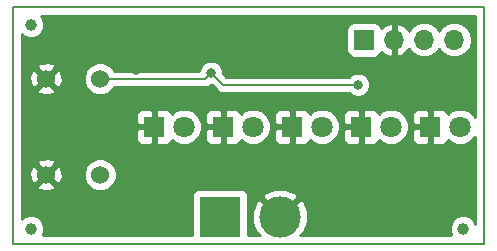
<source format=gbr>
%TF.GenerationSoftware,KiCad,Pcbnew,(5.0.0)*%
%TF.CreationDate,2019-11-18T15:30:05-06:00*%
%TF.ProjectId,Light-Up Hat,4C696768742D5570204861742E6B6963,rev?*%
%TF.SameCoordinates,Original*%
%TF.FileFunction,Copper,L2,Bot,Signal*%
%TF.FilePolarity,Positive*%
%FSLAX46Y46*%
G04 Gerber Fmt 4.6, Leading zero omitted, Abs format (unit mm)*
G04 Created by KiCad (PCBNEW (5.0.0)) date 11/18/19 15:30:05*
%MOMM*%
%LPD*%
G01*
G04 APERTURE LIST*
%ADD10C,0.200000*%
%ADD11C,1.000000*%
%ADD12R,3.500120X3.500120*%
%ADD13C,3.500120*%
%ADD14R,1.800000X1.800000*%
%ADD15C,1.800000*%
%ADD16R,1.700000X1.700000*%
%ADD17O,1.700000X1.700000*%
%ADD18C,1.524000*%
%ADD19C,0.800000*%
%ADD20C,0.127000*%
%ADD21C,0.254000*%
G04 APERTURE END LIST*
D10*
X124460000Y-111506000D02*
X124460000Y-91440000D01*
X164338000Y-111506000D02*
X124460000Y-111506000D01*
X164338000Y-91440000D02*
X164338000Y-111506000D01*
X124460000Y-91440000D02*
X164338000Y-91440000D01*
D11*
X162560000Y-110236000D03*
X125984000Y-110236000D03*
D12*
X141986000Y-109220000D03*
D13*
X147066000Y-109220000D03*
D14*
X136398000Y-101600000D03*
D15*
X138938000Y-101600000D03*
X144780000Y-101600000D03*
D14*
X142240000Y-101600000D03*
X148082000Y-101600000D03*
D15*
X150622000Y-101600000D03*
X156464000Y-101600000D03*
D14*
X153924000Y-101600000D03*
X159766000Y-101600000D03*
D15*
X162306000Y-101600000D03*
D16*
X154178000Y-94234000D03*
D17*
X156718000Y-94234000D03*
X159258000Y-94234000D03*
X161798000Y-94234000D03*
D18*
X127254000Y-105664000D03*
X127254000Y-97536000D03*
X131826000Y-105664000D03*
X131826000Y-97536000D03*
D11*
X125984000Y-92964000D03*
D19*
X134874000Y-96774000D03*
X136652000Y-98806000D03*
X140208000Y-94996000D03*
X144018000Y-92964000D03*
X141224000Y-97028000D03*
X153670000Y-98044000D03*
D20*
X140716000Y-97536000D02*
X131826000Y-97536000D01*
X141224000Y-97028000D02*
X140716000Y-97536000D01*
X141224000Y-97028000D02*
X142240000Y-98044000D01*
X142240000Y-98044000D02*
X150114000Y-98044000D01*
X150114000Y-98044000D02*
X150114000Y-98044000D01*
X150114000Y-98044000D02*
X153670000Y-98044000D01*
D21*
G36*
X163603000Y-100726183D02*
X163175507Y-100298690D01*
X162611330Y-100065000D01*
X162000670Y-100065000D01*
X161436493Y-100298690D01*
X161260139Y-100475044D01*
X161204327Y-100340301D01*
X161025698Y-100161673D01*
X160792309Y-100065000D01*
X160051750Y-100065000D01*
X159893000Y-100223750D01*
X159893000Y-101473000D01*
X159913000Y-101473000D01*
X159913000Y-101727000D01*
X159893000Y-101727000D01*
X159893000Y-102976250D01*
X160051750Y-103135000D01*
X160792309Y-103135000D01*
X161025698Y-103038327D01*
X161204327Y-102859699D01*
X161260139Y-102724956D01*
X161436493Y-102901310D01*
X162000670Y-103135000D01*
X162611330Y-103135000D01*
X163175507Y-102901310D01*
X163603001Y-102473816D01*
X163603001Y-109788128D01*
X163522207Y-109593074D01*
X163202926Y-109273793D01*
X162785766Y-109101000D01*
X162334234Y-109101000D01*
X161917074Y-109273793D01*
X161597793Y-109593074D01*
X161425000Y-110010234D01*
X161425000Y-110461766D01*
X161553089Y-110771000D01*
X148796608Y-110771000D01*
X148760573Y-110734965D01*
X149105319Y-110544672D01*
X149457015Y-109663424D01*
X149444701Y-108714668D01*
X149105319Y-107895328D01*
X148760571Y-107705034D01*
X147245605Y-109220000D01*
X147259748Y-109234143D01*
X147080143Y-109413748D01*
X147066000Y-109399605D01*
X147051858Y-109413748D01*
X146872253Y-109234143D01*
X146886395Y-109220000D01*
X145371429Y-107705034D01*
X145026681Y-107895328D01*
X144674985Y-108776576D01*
X144687299Y-109725332D01*
X145026681Y-110544672D01*
X145371427Y-110734965D01*
X145335392Y-110771000D01*
X144383500Y-110771000D01*
X144383500Y-107525429D01*
X145551034Y-107525429D01*
X147066000Y-109040395D01*
X148580966Y-107525429D01*
X148390672Y-107180681D01*
X147509424Y-106828985D01*
X146560668Y-106841299D01*
X145741328Y-107180681D01*
X145551034Y-107525429D01*
X144383500Y-107525429D01*
X144383500Y-107469940D01*
X144334217Y-107222175D01*
X144193869Y-107012131D01*
X143983825Y-106871783D01*
X143736060Y-106822500D01*
X140235940Y-106822500D01*
X139988175Y-106871783D01*
X139778131Y-107012131D01*
X139637783Y-107222175D01*
X139588500Y-107469940D01*
X139588500Y-110771000D01*
X126990911Y-110771000D01*
X127119000Y-110461766D01*
X127119000Y-110010234D01*
X126946207Y-109593074D01*
X126626926Y-109273793D01*
X126209766Y-109101000D01*
X125758234Y-109101000D01*
X125341074Y-109273793D01*
X125195000Y-109419867D01*
X125195000Y-106644213D01*
X126453392Y-106644213D01*
X126522857Y-106886397D01*
X127046302Y-107073144D01*
X127601368Y-107045362D01*
X127985143Y-106886397D01*
X128054608Y-106644213D01*
X127254000Y-105843605D01*
X126453392Y-106644213D01*
X125195000Y-106644213D01*
X125195000Y-105456302D01*
X125844856Y-105456302D01*
X125872638Y-106011368D01*
X126031603Y-106395143D01*
X126273787Y-106464608D01*
X127074395Y-105664000D01*
X127433605Y-105664000D01*
X128234213Y-106464608D01*
X128476397Y-106395143D01*
X128663144Y-105871698D01*
X128638840Y-105386119D01*
X130429000Y-105386119D01*
X130429000Y-105941881D01*
X130641680Y-106455337D01*
X131034663Y-106848320D01*
X131548119Y-107061000D01*
X132103881Y-107061000D01*
X132617337Y-106848320D01*
X133010320Y-106455337D01*
X133223000Y-105941881D01*
X133223000Y-105386119D01*
X133010320Y-104872663D01*
X132617337Y-104479680D01*
X132103881Y-104267000D01*
X131548119Y-104267000D01*
X131034663Y-104479680D01*
X130641680Y-104872663D01*
X130429000Y-105386119D01*
X128638840Y-105386119D01*
X128635362Y-105316632D01*
X128476397Y-104932857D01*
X128234213Y-104863392D01*
X127433605Y-105664000D01*
X127074395Y-105664000D01*
X126273787Y-104863392D01*
X126031603Y-104932857D01*
X125844856Y-105456302D01*
X125195000Y-105456302D01*
X125195000Y-104683787D01*
X126453392Y-104683787D01*
X127254000Y-105484395D01*
X128054608Y-104683787D01*
X127985143Y-104441603D01*
X127461698Y-104254856D01*
X126906632Y-104282638D01*
X126522857Y-104441603D01*
X126453392Y-104683787D01*
X125195000Y-104683787D01*
X125195000Y-101885750D01*
X134863000Y-101885750D01*
X134863000Y-102626310D01*
X134959673Y-102859699D01*
X135138302Y-103038327D01*
X135371691Y-103135000D01*
X136112250Y-103135000D01*
X136271000Y-102976250D01*
X136271000Y-101727000D01*
X135021750Y-101727000D01*
X134863000Y-101885750D01*
X125195000Y-101885750D01*
X125195000Y-100573690D01*
X134863000Y-100573690D01*
X134863000Y-101314250D01*
X135021750Y-101473000D01*
X136271000Y-101473000D01*
X136271000Y-100223750D01*
X136525000Y-100223750D01*
X136525000Y-101473000D01*
X136545000Y-101473000D01*
X136545000Y-101727000D01*
X136525000Y-101727000D01*
X136525000Y-102976250D01*
X136683750Y-103135000D01*
X137424309Y-103135000D01*
X137657698Y-103038327D01*
X137836327Y-102859699D01*
X137892139Y-102724956D01*
X138068493Y-102901310D01*
X138632670Y-103135000D01*
X139243330Y-103135000D01*
X139807507Y-102901310D01*
X140239310Y-102469507D01*
X140473000Y-101905330D01*
X140473000Y-101885750D01*
X140705000Y-101885750D01*
X140705000Y-102626310D01*
X140801673Y-102859699D01*
X140980302Y-103038327D01*
X141213691Y-103135000D01*
X141954250Y-103135000D01*
X142113000Y-102976250D01*
X142113000Y-101727000D01*
X140863750Y-101727000D01*
X140705000Y-101885750D01*
X140473000Y-101885750D01*
X140473000Y-101294670D01*
X140239310Y-100730493D01*
X140082507Y-100573690D01*
X140705000Y-100573690D01*
X140705000Y-101314250D01*
X140863750Y-101473000D01*
X142113000Y-101473000D01*
X142113000Y-100223750D01*
X142367000Y-100223750D01*
X142367000Y-101473000D01*
X142387000Y-101473000D01*
X142387000Y-101727000D01*
X142367000Y-101727000D01*
X142367000Y-102976250D01*
X142525750Y-103135000D01*
X143266309Y-103135000D01*
X143499698Y-103038327D01*
X143678327Y-102859699D01*
X143734139Y-102724956D01*
X143910493Y-102901310D01*
X144474670Y-103135000D01*
X145085330Y-103135000D01*
X145649507Y-102901310D01*
X146081310Y-102469507D01*
X146315000Y-101905330D01*
X146315000Y-101885750D01*
X146547000Y-101885750D01*
X146547000Y-102626310D01*
X146643673Y-102859699D01*
X146822302Y-103038327D01*
X147055691Y-103135000D01*
X147796250Y-103135000D01*
X147955000Y-102976250D01*
X147955000Y-101727000D01*
X146705750Y-101727000D01*
X146547000Y-101885750D01*
X146315000Y-101885750D01*
X146315000Y-101294670D01*
X146081310Y-100730493D01*
X145924507Y-100573690D01*
X146547000Y-100573690D01*
X146547000Y-101314250D01*
X146705750Y-101473000D01*
X147955000Y-101473000D01*
X147955000Y-100223750D01*
X148209000Y-100223750D01*
X148209000Y-101473000D01*
X148229000Y-101473000D01*
X148229000Y-101727000D01*
X148209000Y-101727000D01*
X148209000Y-102976250D01*
X148367750Y-103135000D01*
X149108309Y-103135000D01*
X149341698Y-103038327D01*
X149520327Y-102859699D01*
X149576139Y-102724956D01*
X149752493Y-102901310D01*
X150316670Y-103135000D01*
X150927330Y-103135000D01*
X151491507Y-102901310D01*
X151923310Y-102469507D01*
X152157000Y-101905330D01*
X152157000Y-101885750D01*
X152389000Y-101885750D01*
X152389000Y-102626310D01*
X152485673Y-102859699D01*
X152664302Y-103038327D01*
X152897691Y-103135000D01*
X153638250Y-103135000D01*
X153797000Y-102976250D01*
X153797000Y-101727000D01*
X152547750Y-101727000D01*
X152389000Y-101885750D01*
X152157000Y-101885750D01*
X152157000Y-101294670D01*
X151923310Y-100730493D01*
X151766507Y-100573690D01*
X152389000Y-100573690D01*
X152389000Y-101314250D01*
X152547750Y-101473000D01*
X153797000Y-101473000D01*
X153797000Y-100223750D01*
X154051000Y-100223750D01*
X154051000Y-101473000D01*
X154071000Y-101473000D01*
X154071000Y-101727000D01*
X154051000Y-101727000D01*
X154051000Y-102976250D01*
X154209750Y-103135000D01*
X154950309Y-103135000D01*
X155183698Y-103038327D01*
X155362327Y-102859699D01*
X155418139Y-102724956D01*
X155594493Y-102901310D01*
X156158670Y-103135000D01*
X156769330Y-103135000D01*
X157333507Y-102901310D01*
X157765310Y-102469507D01*
X157999000Y-101905330D01*
X157999000Y-101885750D01*
X158231000Y-101885750D01*
X158231000Y-102626310D01*
X158327673Y-102859699D01*
X158506302Y-103038327D01*
X158739691Y-103135000D01*
X159480250Y-103135000D01*
X159639000Y-102976250D01*
X159639000Y-101727000D01*
X158389750Y-101727000D01*
X158231000Y-101885750D01*
X157999000Y-101885750D01*
X157999000Y-101294670D01*
X157765310Y-100730493D01*
X157608507Y-100573690D01*
X158231000Y-100573690D01*
X158231000Y-101314250D01*
X158389750Y-101473000D01*
X159639000Y-101473000D01*
X159639000Y-100223750D01*
X159480250Y-100065000D01*
X158739691Y-100065000D01*
X158506302Y-100161673D01*
X158327673Y-100340301D01*
X158231000Y-100573690D01*
X157608507Y-100573690D01*
X157333507Y-100298690D01*
X156769330Y-100065000D01*
X156158670Y-100065000D01*
X155594493Y-100298690D01*
X155418139Y-100475044D01*
X155362327Y-100340301D01*
X155183698Y-100161673D01*
X154950309Y-100065000D01*
X154209750Y-100065000D01*
X154051000Y-100223750D01*
X153797000Y-100223750D01*
X153638250Y-100065000D01*
X152897691Y-100065000D01*
X152664302Y-100161673D01*
X152485673Y-100340301D01*
X152389000Y-100573690D01*
X151766507Y-100573690D01*
X151491507Y-100298690D01*
X150927330Y-100065000D01*
X150316670Y-100065000D01*
X149752493Y-100298690D01*
X149576139Y-100475044D01*
X149520327Y-100340301D01*
X149341698Y-100161673D01*
X149108309Y-100065000D01*
X148367750Y-100065000D01*
X148209000Y-100223750D01*
X147955000Y-100223750D01*
X147796250Y-100065000D01*
X147055691Y-100065000D01*
X146822302Y-100161673D01*
X146643673Y-100340301D01*
X146547000Y-100573690D01*
X145924507Y-100573690D01*
X145649507Y-100298690D01*
X145085330Y-100065000D01*
X144474670Y-100065000D01*
X143910493Y-100298690D01*
X143734139Y-100475044D01*
X143678327Y-100340301D01*
X143499698Y-100161673D01*
X143266309Y-100065000D01*
X142525750Y-100065000D01*
X142367000Y-100223750D01*
X142113000Y-100223750D01*
X141954250Y-100065000D01*
X141213691Y-100065000D01*
X140980302Y-100161673D01*
X140801673Y-100340301D01*
X140705000Y-100573690D01*
X140082507Y-100573690D01*
X139807507Y-100298690D01*
X139243330Y-100065000D01*
X138632670Y-100065000D01*
X138068493Y-100298690D01*
X137892139Y-100475044D01*
X137836327Y-100340301D01*
X137657698Y-100161673D01*
X137424309Y-100065000D01*
X136683750Y-100065000D01*
X136525000Y-100223750D01*
X136271000Y-100223750D01*
X136112250Y-100065000D01*
X135371691Y-100065000D01*
X135138302Y-100161673D01*
X134959673Y-100340301D01*
X134863000Y-100573690D01*
X125195000Y-100573690D01*
X125195000Y-98516213D01*
X126453392Y-98516213D01*
X126522857Y-98758397D01*
X127046302Y-98945144D01*
X127601368Y-98917362D01*
X127985143Y-98758397D01*
X128054608Y-98516213D01*
X127254000Y-97715605D01*
X126453392Y-98516213D01*
X125195000Y-98516213D01*
X125195000Y-97328302D01*
X125844856Y-97328302D01*
X125872638Y-97883368D01*
X126031603Y-98267143D01*
X126273787Y-98336608D01*
X127074395Y-97536000D01*
X127433605Y-97536000D01*
X128234213Y-98336608D01*
X128476397Y-98267143D01*
X128663144Y-97743698D01*
X128638840Y-97258119D01*
X130429000Y-97258119D01*
X130429000Y-97813881D01*
X130641680Y-98327337D01*
X131034663Y-98720320D01*
X131548119Y-98933000D01*
X132103881Y-98933000D01*
X132617337Y-98720320D01*
X133010320Y-98327337D01*
X133048774Y-98234500D01*
X140647210Y-98234500D01*
X140716000Y-98248183D01*
X140784790Y-98234500D01*
X140784794Y-98234500D01*
X140988541Y-98193972D01*
X141184554Y-98063000D01*
X141271172Y-98063000D01*
X141697441Y-98489269D01*
X141736410Y-98547590D01*
X141967459Y-98701972D01*
X142171206Y-98742500D01*
X142171210Y-98742500D01*
X142240000Y-98756183D01*
X142308790Y-98742500D01*
X152904789Y-98742500D01*
X153083720Y-98921431D01*
X153464126Y-99079000D01*
X153875874Y-99079000D01*
X154256280Y-98921431D01*
X154547431Y-98630280D01*
X154705000Y-98249874D01*
X154705000Y-97838126D01*
X154547431Y-97457720D01*
X154256280Y-97166569D01*
X153875874Y-97009000D01*
X153464126Y-97009000D01*
X153083720Y-97166569D01*
X152904789Y-97345500D01*
X142529328Y-97345500D01*
X142259000Y-97075172D01*
X142259000Y-96822126D01*
X142101431Y-96441720D01*
X141810280Y-96150569D01*
X141429874Y-95993000D01*
X141018126Y-95993000D01*
X140637720Y-96150569D01*
X140346569Y-96441720D01*
X140189000Y-96822126D01*
X140189000Y-96837500D01*
X133048774Y-96837500D01*
X133010320Y-96744663D01*
X132617337Y-96351680D01*
X132103881Y-96139000D01*
X131548119Y-96139000D01*
X131034663Y-96351680D01*
X130641680Y-96744663D01*
X130429000Y-97258119D01*
X128638840Y-97258119D01*
X128635362Y-97188632D01*
X128476397Y-96804857D01*
X128234213Y-96735392D01*
X127433605Y-97536000D01*
X127074395Y-97536000D01*
X126273787Y-96735392D01*
X126031603Y-96804857D01*
X125844856Y-97328302D01*
X125195000Y-97328302D01*
X125195000Y-96555787D01*
X126453392Y-96555787D01*
X127254000Y-97356395D01*
X128054608Y-96555787D01*
X127985143Y-96313603D01*
X127461698Y-96126856D01*
X126906632Y-96154638D01*
X126522857Y-96313603D01*
X126453392Y-96555787D01*
X125195000Y-96555787D01*
X125195000Y-93780133D01*
X125341074Y-93926207D01*
X125758234Y-94099000D01*
X126209766Y-94099000D01*
X126626926Y-93926207D01*
X126946207Y-93606926D01*
X127038545Y-93384000D01*
X152680560Y-93384000D01*
X152680560Y-95084000D01*
X152729843Y-95331765D01*
X152870191Y-95541809D01*
X153080235Y-95682157D01*
X153328000Y-95731440D01*
X155028000Y-95731440D01*
X155275765Y-95682157D01*
X155485809Y-95541809D01*
X155626157Y-95331765D01*
X155646739Y-95228292D01*
X155951076Y-95505645D01*
X156361110Y-95675476D01*
X156591000Y-95554155D01*
X156591000Y-94361000D01*
X156571000Y-94361000D01*
X156571000Y-94107000D01*
X156591000Y-94107000D01*
X156591000Y-92913845D01*
X156845000Y-92913845D01*
X156845000Y-94107000D01*
X156865000Y-94107000D01*
X156865000Y-94361000D01*
X156845000Y-94361000D01*
X156845000Y-95554155D01*
X157074890Y-95675476D01*
X157484924Y-95505645D01*
X157913183Y-95115358D01*
X157974157Y-94985522D01*
X158187375Y-95304625D01*
X158678582Y-95632839D01*
X159111744Y-95719000D01*
X159404256Y-95719000D01*
X159837418Y-95632839D01*
X160328625Y-95304625D01*
X160528000Y-95006239D01*
X160727375Y-95304625D01*
X161218582Y-95632839D01*
X161651744Y-95719000D01*
X161944256Y-95719000D01*
X162377418Y-95632839D01*
X162868625Y-95304625D01*
X163196839Y-94813418D01*
X163312092Y-94234000D01*
X163196839Y-93654582D01*
X162868625Y-93163375D01*
X162377418Y-92835161D01*
X161944256Y-92749000D01*
X161651744Y-92749000D01*
X161218582Y-92835161D01*
X160727375Y-93163375D01*
X160528000Y-93461761D01*
X160328625Y-93163375D01*
X159837418Y-92835161D01*
X159404256Y-92749000D01*
X159111744Y-92749000D01*
X158678582Y-92835161D01*
X158187375Y-93163375D01*
X157974157Y-93482478D01*
X157913183Y-93352642D01*
X157484924Y-92962355D01*
X157074890Y-92792524D01*
X156845000Y-92913845D01*
X156591000Y-92913845D01*
X156361110Y-92792524D01*
X155951076Y-92962355D01*
X155646739Y-93239708D01*
X155626157Y-93136235D01*
X155485809Y-92926191D01*
X155275765Y-92785843D01*
X155028000Y-92736560D01*
X153328000Y-92736560D01*
X153080235Y-92785843D01*
X152870191Y-92926191D01*
X152729843Y-93136235D01*
X152680560Y-93384000D01*
X127038545Y-93384000D01*
X127119000Y-93189766D01*
X127119000Y-92738234D01*
X126946207Y-92321074D01*
X126800133Y-92175000D01*
X163603000Y-92175000D01*
X163603000Y-100726183D01*
X163603000Y-100726183D01*
G37*
X163603000Y-100726183D02*
X163175507Y-100298690D01*
X162611330Y-100065000D01*
X162000670Y-100065000D01*
X161436493Y-100298690D01*
X161260139Y-100475044D01*
X161204327Y-100340301D01*
X161025698Y-100161673D01*
X160792309Y-100065000D01*
X160051750Y-100065000D01*
X159893000Y-100223750D01*
X159893000Y-101473000D01*
X159913000Y-101473000D01*
X159913000Y-101727000D01*
X159893000Y-101727000D01*
X159893000Y-102976250D01*
X160051750Y-103135000D01*
X160792309Y-103135000D01*
X161025698Y-103038327D01*
X161204327Y-102859699D01*
X161260139Y-102724956D01*
X161436493Y-102901310D01*
X162000670Y-103135000D01*
X162611330Y-103135000D01*
X163175507Y-102901310D01*
X163603001Y-102473816D01*
X163603001Y-109788128D01*
X163522207Y-109593074D01*
X163202926Y-109273793D01*
X162785766Y-109101000D01*
X162334234Y-109101000D01*
X161917074Y-109273793D01*
X161597793Y-109593074D01*
X161425000Y-110010234D01*
X161425000Y-110461766D01*
X161553089Y-110771000D01*
X148796608Y-110771000D01*
X148760573Y-110734965D01*
X149105319Y-110544672D01*
X149457015Y-109663424D01*
X149444701Y-108714668D01*
X149105319Y-107895328D01*
X148760571Y-107705034D01*
X147245605Y-109220000D01*
X147259748Y-109234143D01*
X147080143Y-109413748D01*
X147066000Y-109399605D01*
X147051858Y-109413748D01*
X146872253Y-109234143D01*
X146886395Y-109220000D01*
X145371429Y-107705034D01*
X145026681Y-107895328D01*
X144674985Y-108776576D01*
X144687299Y-109725332D01*
X145026681Y-110544672D01*
X145371427Y-110734965D01*
X145335392Y-110771000D01*
X144383500Y-110771000D01*
X144383500Y-107525429D01*
X145551034Y-107525429D01*
X147066000Y-109040395D01*
X148580966Y-107525429D01*
X148390672Y-107180681D01*
X147509424Y-106828985D01*
X146560668Y-106841299D01*
X145741328Y-107180681D01*
X145551034Y-107525429D01*
X144383500Y-107525429D01*
X144383500Y-107469940D01*
X144334217Y-107222175D01*
X144193869Y-107012131D01*
X143983825Y-106871783D01*
X143736060Y-106822500D01*
X140235940Y-106822500D01*
X139988175Y-106871783D01*
X139778131Y-107012131D01*
X139637783Y-107222175D01*
X139588500Y-107469940D01*
X139588500Y-110771000D01*
X126990911Y-110771000D01*
X127119000Y-110461766D01*
X127119000Y-110010234D01*
X126946207Y-109593074D01*
X126626926Y-109273793D01*
X126209766Y-109101000D01*
X125758234Y-109101000D01*
X125341074Y-109273793D01*
X125195000Y-109419867D01*
X125195000Y-106644213D01*
X126453392Y-106644213D01*
X126522857Y-106886397D01*
X127046302Y-107073144D01*
X127601368Y-107045362D01*
X127985143Y-106886397D01*
X128054608Y-106644213D01*
X127254000Y-105843605D01*
X126453392Y-106644213D01*
X125195000Y-106644213D01*
X125195000Y-105456302D01*
X125844856Y-105456302D01*
X125872638Y-106011368D01*
X126031603Y-106395143D01*
X126273787Y-106464608D01*
X127074395Y-105664000D01*
X127433605Y-105664000D01*
X128234213Y-106464608D01*
X128476397Y-106395143D01*
X128663144Y-105871698D01*
X128638840Y-105386119D01*
X130429000Y-105386119D01*
X130429000Y-105941881D01*
X130641680Y-106455337D01*
X131034663Y-106848320D01*
X131548119Y-107061000D01*
X132103881Y-107061000D01*
X132617337Y-106848320D01*
X133010320Y-106455337D01*
X133223000Y-105941881D01*
X133223000Y-105386119D01*
X133010320Y-104872663D01*
X132617337Y-104479680D01*
X132103881Y-104267000D01*
X131548119Y-104267000D01*
X131034663Y-104479680D01*
X130641680Y-104872663D01*
X130429000Y-105386119D01*
X128638840Y-105386119D01*
X128635362Y-105316632D01*
X128476397Y-104932857D01*
X128234213Y-104863392D01*
X127433605Y-105664000D01*
X127074395Y-105664000D01*
X126273787Y-104863392D01*
X126031603Y-104932857D01*
X125844856Y-105456302D01*
X125195000Y-105456302D01*
X125195000Y-104683787D01*
X126453392Y-104683787D01*
X127254000Y-105484395D01*
X128054608Y-104683787D01*
X127985143Y-104441603D01*
X127461698Y-104254856D01*
X126906632Y-104282638D01*
X126522857Y-104441603D01*
X126453392Y-104683787D01*
X125195000Y-104683787D01*
X125195000Y-101885750D01*
X134863000Y-101885750D01*
X134863000Y-102626310D01*
X134959673Y-102859699D01*
X135138302Y-103038327D01*
X135371691Y-103135000D01*
X136112250Y-103135000D01*
X136271000Y-102976250D01*
X136271000Y-101727000D01*
X135021750Y-101727000D01*
X134863000Y-101885750D01*
X125195000Y-101885750D01*
X125195000Y-100573690D01*
X134863000Y-100573690D01*
X134863000Y-101314250D01*
X135021750Y-101473000D01*
X136271000Y-101473000D01*
X136271000Y-100223750D01*
X136525000Y-100223750D01*
X136525000Y-101473000D01*
X136545000Y-101473000D01*
X136545000Y-101727000D01*
X136525000Y-101727000D01*
X136525000Y-102976250D01*
X136683750Y-103135000D01*
X137424309Y-103135000D01*
X137657698Y-103038327D01*
X137836327Y-102859699D01*
X137892139Y-102724956D01*
X138068493Y-102901310D01*
X138632670Y-103135000D01*
X139243330Y-103135000D01*
X139807507Y-102901310D01*
X140239310Y-102469507D01*
X140473000Y-101905330D01*
X140473000Y-101885750D01*
X140705000Y-101885750D01*
X140705000Y-102626310D01*
X140801673Y-102859699D01*
X140980302Y-103038327D01*
X141213691Y-103135000D01*
X141954250Y-103135000D01*
X142113000Y-102976250D01*
X142113000Y-101727000D01*
X140863750Y-101727000D01*
X140705000Y-101885750D01*
X140473000Y-101885750D01*
X140473000Y-101294670D01*
X140239310Y-100730493D01*
X140082507Y-100573690D01*
X140705000Y-100573690D01*
X140705000Y-101314250D01*
X140863750Y-101473000D01*
X142113000Y-101473000D01*
X142113000Y-100223750D01*
X142367000Y-100223750D01*
X142367000Y-101473000D01*
X142387000Y-101473000D01*
X142387000Y-101727000D01*
X142367000Y-101727000D01*
X142367000Y-102976250D01*
X142525750Y-103135000D01*
X143266309Y-103135000D01*
X143499698Y-103038327D01*
X143678327Y-102859699D01*
X143734139Y-102724956D01*
X143910493Y-102901310D01*
X144474670Y-103135000D01*
X145085330Y-103135000D01*
X145649507Y-102901310D01*
X146081310Y-102469507D01*
X146315000Y-101905330D01*
X146315000Y-101885750D01*
X146547000Y-101885750D01*
X146547000Y-102626310D01*
X146643673Y-102859699D01*
X146822302Y-103038327D01*
X147055691Y-103135000D01*
X147796250Y-103135000D01*
X147955000Y-102976250D01*
X147955000Y-101727000D01*
X146705750Y-101727000D01*
X146547000Y-101885750D01*
X146315000Y-101885750D01*
X146315000Y-101294670D01*
X146081310Y-100730493D01*
X145924507Y-100573690D01*
X146547000Y-100573690D01*
X146547000Y-101314250D01*
X146705750Y-101473000D01*
X147955000Y-101473000D01*
X147955000Y-100223750D01*
X148209000Y-100223750D01*
X148209000Y-101473000D01*
X148229000Y-101473000D01*
X148229000Y-101727000D01*
X148209000Y-101727000D01*
X148209000Y-102976250D01*
X148367750Y-103135000D01*
X149108309Y-103135000D01*
X149341698Y-103038327D01*
X149520327Y-102859699D01*
X149576139Y-102724956D01*
X149752493Y-102901310D01*
X150316670Y-103135000D01*
X150927330Y-103135000D01*
X151491507Y-102901310D01*
X151923310Y-102469507D01*
X152157000Y-101905330D01*
X152157000Y-101885750D01*
X152389000Y-101885750D01*
X152389000Y-102626310D01*
X152485673Y-102859699D01*
X152664302Y-103038327D01*
X152897691Y-103135000D01*
X153638250Y-103135000D01*
X153797000Y-102976250D01*
X153797000Y-101727000D01*
X152547750Y-101727000D01*
X152389000Y-101885750D01*
X152157000Y-101885750D01*
X152157000Y-101294670D01*
X151923310Y-100730493D01*
X151766507Y-100573690D01*
X152389000Y-100573690D01*
X152389000Y-101314250D01*
X152547750Y-101473000D01*
X153797000Y-101473000D01*
X153797000Y-100223750D01*
X154051000Y-100223750D01*
X154051000Y-101473000D01*
X154071000Y-101473000D01*
X154071000Y-101727000D01*
X154051000Y-101727000D01*
X154051000Y-102976250D01*
X154209750Y-103135000D01*
X154950309Y-103135000D01*
X155183698Y-103038327D01*
X155362327Y-102859699D01*
X155418139Y-102724956D01*
X155594493Y-102901310D01*
X156158670Y-103135000D01*
X156769330Y-103135000D01*
X157333507Y-102901310D01*
X157765310Y-102469507D01*
X157999000Y-101905330D01*
X157999000Y-101885750D01*
X158231000Y-101885750D01*
X158231000Y-102626310D01*
X158327673Y-102859699D01*
X158506302Y-103038327D01*
X158739691Y-103135000D01*
X159480250Y-103135000D01*
X159639000Y-102976250D01*
X159639000Y-101727000D01*
X158389750Y-101727000D01*
X158231000Y-101885750D01*
X157999000Y-101885750D01*
X157999000Y-101294670D01*
X157765310Y-100730493D01*
X157608507Y-100573690D01*
X158231000Y-100573690D01*
X158231000Y-101314250D01*
X158389750Y-101473000D01*
X159639000Y-101473000D01*
X159639000Y-100223750D01*
X159480250Y-100065000D01*
X158739691Y-100065000D01*
X158506302Y-100161673D01*
X158327673Y-100340301D01*
X158231000Y-100573690D01*
X157608507Y-100573690D01*
X157333507Y-100298690D01*
X156769330Y-100065000D01*
X156158670Y-100065000D01*
X155594493Y-100298690D01*
X155418139Y-100475044D01*
X155362327Y-100340301D01*
X155183698Y-100161673D01*
X154950309Y-100065000D01*
X154209750Y-100065000D01*
X154051000Y-100223750D01*
X153797000Y-100223750D01*
X153638250Y-100065000D01*
X152897691Y-100065000D01*
X152664302Y-100161673D01*
X152485673Y-100340301D01*
X152389000Y-100573690D01*
X151766507Y-100573690D01*
X151491507Y-100298690D01*
X150927330Y-100065000D01*
X150316670Y-100065000D01*
X149752493Y-100298690D01*
X149576139Y-100475044D01*
X149520327Y-100340301D01*
X149341698Y-100161673D01*
X149108309Y-100065000D01*
X148367750Y-100065000D01*
X148209000Y-100223750D01*
X147955000Y-100223750D01*
X147796250Y-100065000D01*
X147055691Y-100065000D01*
X146822302Y-100161673D01*
X146643673Y-100340301D01*
X146547000Y-100573690D01*
X145924507Y-100573690D01*
X145649507Y-100298690D01*
X145085330Y-100065000D01*
X144474670Y-100065000D01*
X143910493Y-100298690D01*
X143734139Y-100475044D01*
X143678327Y-100340301D01*
X143499698Y-100161673D01*
X143266309Y-100065000D01*
X142525750Y-100065000D01*
X142367000Y-100223750D01*
X142113000Y-100223750D01*
X141954250Y-100065000D01*
X141213691Y-100065000D01*
X140980302Y-100161673D01*
X140801673Y-100340301D01*
X140705000Y-100573690D01*
X140082507Y-100573690D01*
X139807507Y-100298690D01*
X139243330Y-100065000D01*
X138632670Y-100065000D01*
X138068493Y-100298690D01*
X137892139Y-100475044D01*
X137836327Y-100340301D01*
X137657698Y-100161673D01*
X137424309Y-100065000D01*
X136683750Y-100065000D01*
X136525000Y-100223750D01*
X136271000Y-100223750D01*
X136112250Y-100065000D01*
X135371691Y-100065000D01*
X135138302Y-100161673D01*
X134959673Y-100340301D01*
X134863000Y-100573690D01*
X125195000Y-100573690D01*
X125195000Y-98516213D01*
X126453392Y-98516213D01*
X126522857Y-98758397D01*
X127046302Y-98945144D01*
X127601368Y-98917362D01*
X127985143Y-98758397D01*
X128054608Y-98516213D01*
X127254000Y-97715605D01*
X126453392Y-98516213D01*
X125195000Y-98516213D01*
X125195000Y-97328302D01*
X125844856Y-97328302D01*
X125872638Y-97883368D01*
X126031603Y-98267143D01*
X126273787Y-98336608D01*
X127074395Y-97536000D01*
X127433605Y-97536000D01*
X128234213Y-98336608D01*
X128476397Y-98267143D01*
X128663144Y-97743698D01*
X128638840Y-97258119D01*
X130429000Y-97258119D01*
X130429000Y-97813881D01*
X130641680Y-98327337D01*
X131034663Y-98720320D01*
X131548119Y-98933000D01*
X132103881Y-98933000D01*
X132617337Y-98720320D01*
X133010320Y-98327337D01*
X133048774Y-98234500D01*
X140647210Y-98234500D01*
X140716000Y-98248183D01*
X140784790Y-98234500D01*
X140784794Y-98234500D01*
X140988541Y-98193972D01*
X141184554Y-98063000D01*
X141271172Y-98063000D01*
X141697441Y-98489269D01*
X141736410Y-98547590D01*
X141967459Y-98701972D01*
X142171206Y-98742500D01*
X142171210Y-98742500D01*
X142240000Y-98756183D01*
X142308790Y-98742500D01*
X152904789Y-98742500D01*
X153083720Y-98921431D01*
X153464126Y-99079000D01*
X153875874Y-99079000D01*
X154256280Y-98921431D01*
X154547431Y-98630280D01*
X154705000Y-98249874D01*
X154705000Y-97838126D01*
X154547431Y-97457720D01*
X154256280Y-97166569D01*
X153875874Y-97009000D01*
X153464126Y-97009000D01*
X153083720Y-97166569D01*
X152904789Y-97345500D01*
X142529328Y-97345500D01*
X142259000Y-97075172D01*
X142259000Y-96822126D01*
X142101431Y-96441720D01*
X141810280Y-96150569D01*
X141429874Y-95993000D01*
X141018126Y-95993000D01*
X140637720Y-96150569D01*
X140346569Y-96441720D01*
X140189000Y-96822126D01*
X140189000Y-96837500D01*
X133048774Y-96837500D01*
X133010320Y-96744663D01*
X132617337Y-96351680D01*
X132103881Y-96139000D01*
X131548119Y-96139000D01*
X131034663Y-96351680D01*
X130641680Y-96744663D01*
X130429000Y-97258119D01*
X128638840Y-97258119D01*
X128635362Y-97188632D01*
X128476397Y-96804857D01*
X128234213Y-96735392D01*
X127433605Y-97536000D01*
X127074395Y-97536000D01*
X126273787Y-96735392D01*
X126031603Y-96804857D01*
X125844856Y-97328302D01*
X125195000Y-97328302D01*
X125195000Y-96555787D01*
X126453392Y-96555787D01*
X127254000Y-97356395D01*
X128054608Y-96555787D01*
X127985143Y-96313603D01*
X127461698Y-96126856D01*
X126906632Y-96154638D01*
X126522857Y-96313603D01*
X126453392Y-96555787D01*
X125195000Y-96555787D01*
X125195000Y-93780133D01*
X125341074Y-93926207D01*
X125758234Y-94099000D01*
X126209766Y-94099000D01*
X126626926Y-93926207D01*
X126946207Y-93606926D01*
X127038545Y-93384000D01*
X152680560Y-93384000D01*
X152680560Y-95084000D01*
X152729843Y-95331765D01*
X152870191Y-95541809D01*
X153080235Y-95682157D01*
X153328000Y-95731440D01*
X155028000Y-95731440D01*
X155275765Y-95682157D01*
X155485809Y-95541809D01*
X155626157Y-95331765D01*
X155646739Y-95228292D01*
X155951076Y-95505645D01*
X156361110Y-95675476D01*
X156591000Y-95554155D01*
X156591000Y-94361000D01*
X156571000Y-94361000D01*
X156571000Y-94107000D01*
X156591000Y-94107000D01*
X156591000Y-92913845D01*
X156845000Y-92913845D01*
X156845000Y-94107000D01*
X156865000Y-94107000D01*
X156865000Y-94361000D01*
X156845000Y-94361000D01*
X156845000Y-95554155D01*
X157074890Y-95675476D01*
X157484924Y-95505645D01*
X157913183Y-95115358D01*
X157974157Y-94985522D01*
X158187375Y-95304625D01*
X158678582Y-95632839D01*
X159111744Y-95719000D01*
X159404256Y-95719000D01*
X159837418Y-95632839D01*
X160328625Y-95304625D01*
X160528000Y-95006239D01*
X160727375Y-95304625D01*
X161218582Y-95632839D01*
X161651744Y-95719000D01*
X161944256Y-95719000D01*
X162377418Y-95632839D01*
X162868625Y-95304625D01*
X163196839Y-94813418D01*
X163312092Y-94234000D01*
X163196839Y-93654582D01*
X162868625Y-93163375D01*
X162377418Y-92835161D01*
X161944256Y-92749000D01*
X161651744Y-92749000D01*
X161218582Y-92835161D01*
X160727375Y-93163375D01*
X160528000Y-93461761D01*
X160328625Y-93163375D01*
X159837418Y-92835161D01*
X159404256Y-92749000D01*
X159111744Y-92749000D01*
X158678582Y-92835161D01*
X158187375Y-93163375D01*
X157974157Y-93482478D01*
X157913183Y-93352642D01*
X157484924Y-92962355D01*
X157074890Y-92792524D01*
X156845000Y-92913845D01*
X156591000Y-92913845D01*
X156361110Y-92792524D01*
X155951076Y-92962355D01*
X155646739Y-93239708D01*
X155626157Y-93136235D01*
X155485809Y-92926191D01*
X155275765Y-92785843D01*
X155028000Y-92736560D01*
X153328000Y-92736560D01*
X153080235Y-92785843D01*
X152870191Y-92926191D01*
X152729843Y-93136235D01*
X152680560Y-93384000D01*
X127038545Y-93384000D01*
X127119000Y-93189766D01*
X127119000Y-92738234D01*
X126946207Y-92321074D01*
X126800133Y-92175000D01*
X163603000Y-92175000D01*
X163603000Y-100726183D01*
M02*

</source>
